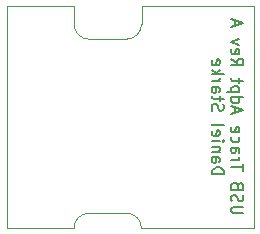
<source format=gbr>
G04 #@! TF.GenerationSoftware,KiCad,Pcbnew,(5.1.5)-3*
G04 #@! TF.CreationDate,2023-08-31T22:46:46+02:00*
G04 #@! TF.ProjectId,usb-trace-adapter,7573622d-7472-4616-9365-2d6164617074,A*
G04 #@! TF.SameCoordinates,PX57b03e0PY53d00e0*
G04 #@! TF.FileFunction,Legend,Bot*
G04 #@! TF.FilePolarity,Positive*
%FSLAX46Y46*%
G04 Gerber Fmt 4.6, Leading zero omitted, Abs format (unit mm)*
G04 Created by KiCad (PCBNEW (5.1.5)-3) date 2023-08-31 22:46:46*
%MOMM*%
%LPD*%
G04 APERTURE LIST*
%ADD10C,0.050000*%
%ADD11C,0.150000*%
G04 APERTURE END LIST*
D10*
X11430000Y0D02*
X20955000Y0D01*
X6985000Y1270000D02*
X10160000Y1270000D01*
X10160000Y1270000D02*
G75*
G02X11430000Y0I0J-1270000D01*
G01*
X5715000Y0D02*
G75*
G02X6985000Y1270000I1270000J0D01*
G01*
D11*
X20041619Y1255143D02*
X19232095Y1255143D01*
X19136857Y1302762D01*
X19089238Y1350381D01*
X19041619Y1445620D01*
X19041619Y1636096D01*
X19089238Y1731334D01*
X19136857Y1778953D01*
X19232095Y1826572D01*
X20041619Y1826572D01*
X19089238Y2255143D02*
X19041619Y2398000D01*
X19041619Y2636096D01*
X19089238Y2731334D01*
X19136857Y2778953D01*
X19232095Y2826572D01*
X19327333Y2826572D01*
X19422571Y2778953D01*
X19470190Y2731334D01*
X19517809Y2636096D01*
X19565428Y2445620D01*
X19613047Y2350381D01*
X19660666Y2302762D01*
X19755904Y2255143D01*
X19851142Y2255143D01*
X19946380Y2302762D01*
X19994000Y2350381D01*
X20041619Y2445620D01*
X20041619Y2683715D01*
X19994000Y2826572D01*
X19565428Y3588477D02*
X19517809Y3731334D01*
X19470190Y3778953D01*
X19374952Y3826572D01*
X19232095Y3826572D01*
X19136857Y3778953D01*
X19089238Y3731334D01*
X19041619Y3636096D01*
X19041619Y3255143D01*
X20041619Y3255143D01*
X20041619Y3588477D01*
X19994000Y3683715D01*
X19946380Y3731334D01*
X19851142Y3778953D01*
X19755904Y3778953D01*
X19660666Y3731334D01*
X19613047Y3683715D01*
X19565428Y3588477D01*
X19565428Y3255143D01*
X20041619Y4874191D02*
X20041619Y5445620D01*
X19041619Y5159905D02*
X20041619Y5159905D01*
X19041619Y5778953D02*
X19708285Y5778953D01*
X19517809Y5778953D02*
X19613047Y5826572D01*
X19660666Y5874191D01*
X19708285Y5969429D01*
X19708285Y6064667D01*
X19041619Y6826572D02*
X19565428Y6826572D01*
X19660666Y6778953D01*
X19708285Y6683715D01*
X19708285Y6493239D01*
X19660666Y6398000D01*
X19089238Y6826572D02*
X19041619Y6731334D01*
X19041619Y6493239D01*
X19089238Y6398000D01*
X19184476Y6350381D01*
X19279714Y6350381D01*
X19374952Y6398000D01*
X19422571Y6493239D01*
X19422571Y6731334D01*
X19470190Y6826572D01*
X19089238Y7731334D02*
X19041619Y7636096D01*
X19041619Y7445620D01*
X19089238Y7350381D01*
X19136857Y7302762D01*
X19232095Y7255143D01*
X19517809Y7255143D01*
X19613047Y7302762D01*
X19660666Y7350381D01*
X19708285Y7445620D01*
X19708285Y7636096D01*
X19660666Y7731334D01*
X19089238Y8540858D02*
X19041619Y8445620D01*
X19041619Y8255143D01*
X19089238Y8159905D01*
X19184476Y8112286D01*
X19565428Y8112286D01*
X19660666Y8159905D01*
X19708285Y8255143D01*
X19708285Y8445620D01*
X19660666Y8540858D01*
X19565428Y8588477D01*
X19470190Y8588477D01*
X19374952Y8112286D01*
X19327333Y9731334D02*
X19327333Y10207524D01*
X19041619Y9636096D02*
X20041619Y9969429D01*
X19041619Y10302762D01*
X19041619Y11064667D02*
X20041619Y11064667D01*
X19089238Y11064667D02*
X19041619Y10969429D01*
X19041619Y10778953D01*
X19089238Y10683715D01*
X19136857Y10636096D01*
X19232095Y10588477D01*
X19517809Y10588477D01*
X19613047Y10636096D01*
X19660666Y10683715D01*
X19708285Y10778953D01*
X19708285Y10969429D01*
X19660666Y11064667D01*
X19708285Y11540858D02*
X18708285Y11540858D01*
X19660666Y11540858D02*
X19708285Y11636096D01*
X19708285Y11826572D01*
X19660666Y11921810D01*
X19613047Y11969429D01*
X19517809Y12017048D01*
X19232095Y12017048D01*
X19136857Y11969429D01*
X19089238Y11921810D01*
X19041619Y11826572D01*
X19041619Y11636096D01*
X19089238Y11540858D01*
X19708285Y12302762D02*
X19708285Y12683715D01*
X20041619Y12445620D02*
X19184476Y12445620D01*
X19089238Y12493239D01*
X19041619Y12588477D01*
X19041619Y12683715D01*
X19041619Y14350381D02*
X19517809Y14017048D01*
X19041619Y13778953D02*
X20041619Y13778953D01*
X20041619Y14159905D01*
X19994000Y14255143D01*
X19946380Y14302762D01*
X19851142Y14350381D01*
X19708285Y14350381D01*
X19613047Y14302762D01*
X19565428Y14255143D01*
X19517809Y14159905D01*
X19517809Y13778953D01*
X19089238Y15159905D02*
X19041619Y15064667D01*
X19041619Y14874191D01*
X19089238Y14778953D01*
X19184476Y14731334D01*
X19565428Y14731334D01*
X19660666Y14778953D01*
X19708285Y14874191D01*
X19708285Y15064667D01*
X19660666Y15159905D01*
X19565428Y15207524D01*
X19470190Y15207524D01*
X19374952Y14731334D01*
X19708285Y15540858D02*
X19041619Y15778953D01*
X19708285Y16017048D01*
X19327333Y17112286D02*
X19327333Y17588477D01*
X19041619Y17017048D02*
X20041619Y17350381D01*
X19041619Y17683715D01*
X17391619Y4564667D02*
X18391619Y4564667D01*
X18391619Y4802762D01*
X18344000Y4945620D01*
X18248761Y5040858D01*
X18153523Y5088477D01*
X17963047Y5136096D01*
X17820190Y5136096D01*
X17629714Y5088477D01*
X17534476Y5040858D01*
X17439238Y4945620D01*
X17391619Y4802762D01*
X17391619Y4564667D01*
X17391619Y5993239D02*
X17915428Y5993239D01*
X18010666Y5945620D01*
X18058285Y5850381D01*
X18058285Y5659905D01*
X18010666Y5564667D01*
X17439238Y5993239D02*
X17391619Y5898000D01*
X17391619Y5659905D01*
X17439238Y5564667D01*
X17534476Y5517048D01*
X17629714Y5517048D01*
X17724952Y5564667D01*
X17772571Y5659905D01*
X17772571Y5898000D01*
X17820190Y5993239D01*
X18058285Y6469429D02*
X17391619Y6469429D01*
X17963047Y6469429D02*
X18010666Y6517048D01*
X18058285Y6612286D01*
X18058285Y6755143D01*
X18010666Y6850381D01*
X17915428Y6898000D01*
X17391619Y6898000D01*
X17391619Y7374191D02*
X18058285Y7374191D01*
X18391619Y7374191D02*
X18344000Y7326572D01*
X18296380Y7374191D01*
X18344000Y7421810D01*
X18391619Y7374191D01*
X18296380Y7374191D01*
X17439238Y8231334D02*
X17391619Y8136096D01*
X17391619Y7945620D01*
X17439238Y7850381D01*
X17534476Y7802762D01*
X17915428Y7802762D01*
X18010666Y7850381D01*
X18058285Y7945620D01*
X18058285Y8136096D01*
X18010666Y8231334D01*
X17915428Y8278953D01*
X17820190Y8278953D01*
X17724952Y7802762D01*
X17391619Y8850381D02*
X17439238Y8755143D01*
X17534476Y8707524D01*
X18391619Y8707524D01*
X17439238Y9945620D02*
X17391619Y10088477D01*
X17391619Y10326572D01*
X17439238Y10421810D01*
X17486857Y10469429D01*
X17582095Y10517048D01*
X17677333Y10517048D01*
X17772571Y10469429D01*
X17820190Y10421810D01*
X17867809Y10326572D01*
X17915428Y10136096D01*
X17963047Y10040858D01*
X18010666Y9993239D01*
X18105904Y9945620D01*
X18201142Y9945620D01*
X18296380Y9993239D01*
X18344000Y10040858D01*
X18391619Y10136096D01*
X18391619Y10374191D01*
X18344000Y10517048D01*
X18058285Y10802762D02*
X18058285Y11183715D01*
X18391619Y10945620D02*
X17534476Y10945620D01*
X17439238Y10993239D01*
X17391619Y11088477D01*
X17391619Y11183715D01*
X17391619Y11945620D02*
X17915428Y11945620D01*
X18010666Y11898000D01*
X18058285Y11802762D01*
X18058285Y11612286D01*
X18010666Y11517048D01*
X17439238Y11945620D02*
X17391619Y11850381D01*
X17391619Y11612286D01*
X17439238Y11517048D01*
X17534476Y11469429D01*
X17629714Y11469429D01*
X17724952Y11517048D01*
X17772571Y11612286D01*
X17772571Y11850381D01*
X17820190Y11945620D01*
X17391619Y12421810D02*
X18058285Y12421810D01*
X17867809Y12421810D02*
X17963047Y12469429D01*
X18010666Y12517048D01*
X18058285Y12612286D01*
X18058285Y12707524D01*
X17391619Y13040858D02*
X18391619Y13040858D01*
X17772571Y13136096D02*
X17391619Y13421810D01*
X18058285Y13421810D02*
X17677333Y13040858D01*
X17439238Y14231334D02*
X17391619Y14136096D01*
X17391619Y13945620D01*
X17439238Y13850381D01*
X17534476Y13802762D01*
X17915428Y13802762D01*
X18010666Y13850381D01*
X18058285Y13945620D01*
X18058285Y14136096D01*
X18010666Y14231334D01*
X17915428Y14278953D01*
X17820190Y14278953D01*
X17724952Y13802762D01*
D10*
X11430000Y18796000D02*
X20955000Y18796000D01*
X11430000Y17272000D02*
X11430000Y18796000D01*
X5715000Y17272000D02*
X5715000Y18796000D01*
X10160000Y16002000D02*
X6985000Y16002000D01*
X11430000Y17272000D02*
G75*
G02X10160000Y16002000I-1270000J0D01*
G01*
X6985000Y16002000D02*
G75*
G02X5715000Y17272000I0J1270000D01*
G01*
X0Y18796000D02*
X0Y0D01*
X5715000Y18796000D02*
X0Y18796000D01*
X20955000Y0D02*
X20955000Y18796000D01*
X0Y0D02*
X5715000Y0D01*
M02*

</source>
